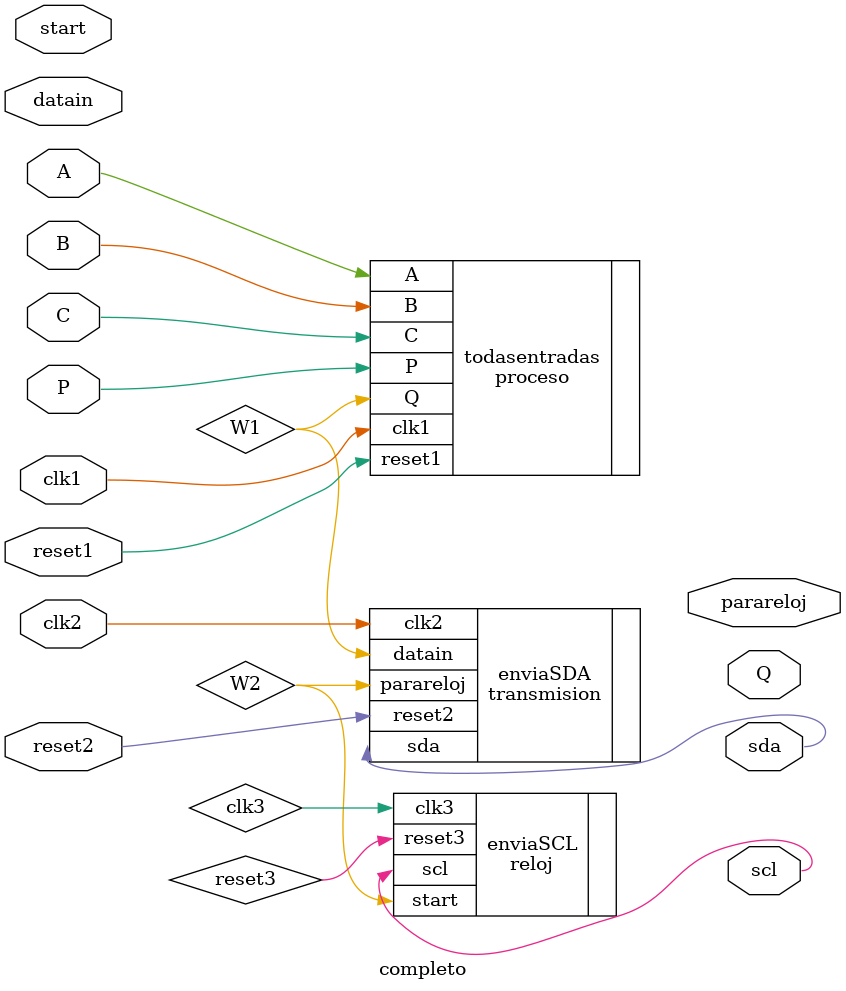
<source format=v>
module completo(input A, B, C, P, clk1, reset1, clk2, reset2, 
input [2:0]datain,
input start,
output reg [2:0]Q,
output reg sda, parareloj, scl
);
	wire W1, W2;

	proceso todasentradas(.clk1(clk1), .reset1(reset1), .A(A), .B(B), .C(C), .P(P), .Q(W1));
	transmision enviaSDA(.clk2(clk2), .reset2(reset2), .datain(W1), .sda(sda), .parareloj(W2));
	reloj enviaSCL(.clk3(clk3), .reset3(reset3), .start(W2), .scl(scl));


endmodule



</source>
